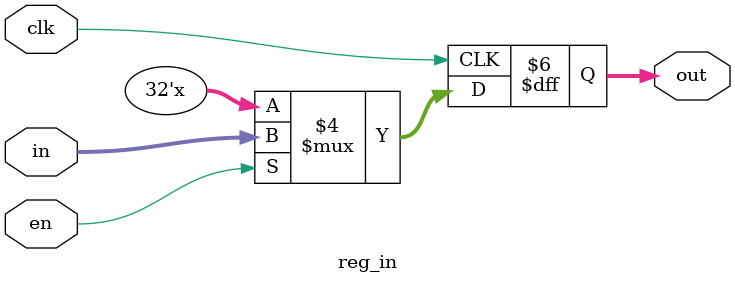
<source format=v>
module reg_in(out, in, clk, en);
output reg [31:0] out;
input [31:0] in;
input clk, en;

always @(negedge clk) begin
	if(en == 0) out = 32'hxxxxxxxx;
	else out = in;
end
endmodule

</source>
